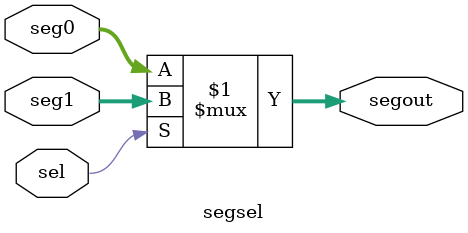
<source format=sv>
module segsel (
	input [6:0] seg0, seg1,
	input sel,
	output [6:0] segout
);

	assign segout = sel ? seg1 : seg0;

endmodule

</source>
